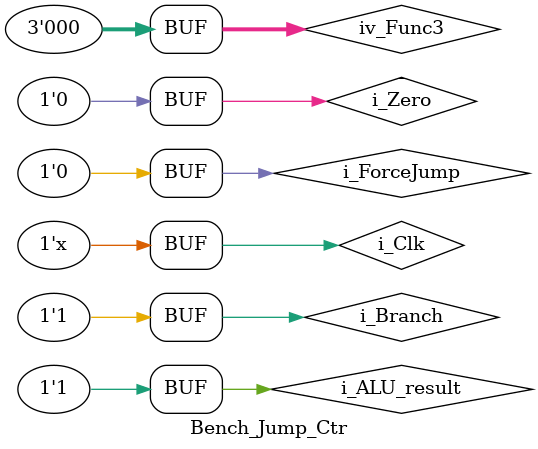
<source format=v>
module Bench_Jump_Ctr();


	reg i_Clk;
	reg i_Branch;
	reg i_ForceJump;
	reg [2:0] iv_Func3;
	reg i_ALU_result;
	reg i_Zero;
	wire Branch_Mux;

Jump_Ctr Jump_Ctr(
	.i_Clk(i_Clk),
	.i_Branch(i_Branch),
	.i_ForceJump(i_ForceJump),
	.iv_Func3(iv_Func3),
	.i_ALU_result(i_ALU_result),
	.i_Zero(i_Zero),
	.Branch_Mux(Branch_Mux)
);

initial
begin
	i_Clk = 0;
	i_Branch = 1;
	i_ForceJump = 0;
	iv_Func3 = 0;
	i_ALU_result =0;
	i_Zero = 1;
	#100;
	i_ALU_result =1;
	i_Zero = 0;
	#100;
	

end



always
begin
	i_Clk = ~i_Clk;
	#20;
end

endmodule 

</source>
